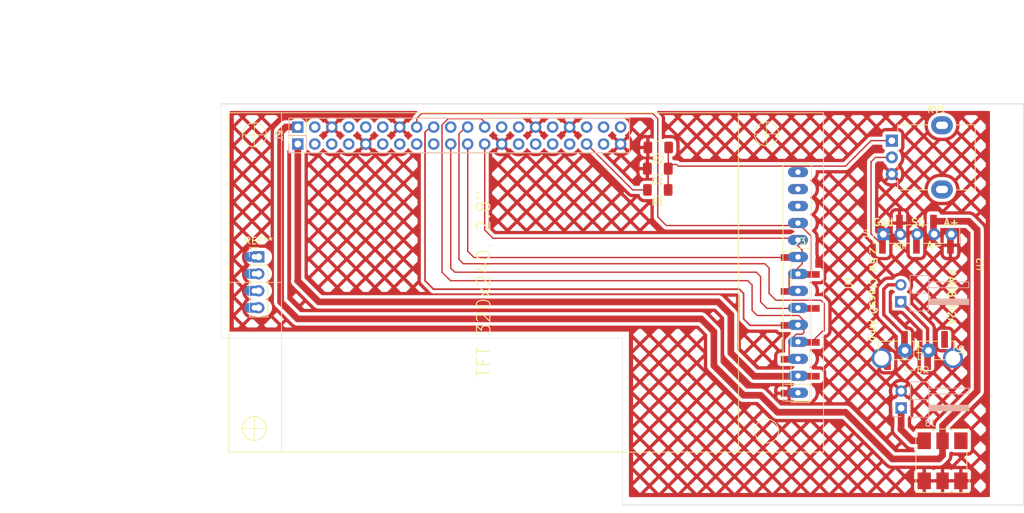
<source format=kicad_pcb>
(kicad_pcb (version 20241229) (generator "pcbnew") (generator_version "9.0")
  (layers (0 "F.Cu" signal) (2 "B.Cu" signal) (13 "F.Paste" user) (15 "B.Paste" user) (5 "F.SilkS" user "F.Silkscreen") (7 "B.SilkS" user "B.Silkscreen") (1 "F.Mask" user) (3 "B.Mask" user) (25 "Edge.Cuts" user))
  (net 0 "")
  (net 1 "GND")
  (net 2 "RESET_25_GPIO")
  (net 4 "DC_24_GPIO")
  (net 5 "PWM_19_GPIO")
  (net 11 "+5V")
  (net 12 "CS_8_GPIO")
  (net 13 "MISO_0_09_GPIO")
  (net 24 "MOSI_0_10_GPIO")
  (net 26 "+3.3V")
  (net 28 "SCK_0_11_GPIO")
  (net 37 "Net-(C1-Pad1)")
  (net 38 "BACKLIGHT_23_GPIO")
  (net 40 "Net-(J5-Pin_1)")
  (net 41 "Net-(J5-Pin_2)")
  (net 43 "AUDIO_IN")
  (net 48 "Net-(J8-Pin_2)")
  (net 49 "Net-(J8-Pin_1)")
  (footprint "Connector_PinHeader_2.54mm:PinHeader_1x02_P2.54mm_Vertical_SMD_Pin1Left" (layer "F.Cu") (at 180.8988 94.8934 -90)
    (property "Reference" "J7" (at 0 -3.65 270) (layer "F.SilkS"))
    (property "Value" "AUDIO_OUT")
    (fp_line (start -1.38 2.65) (end 1.38 2.65) (stroke (width 0.12)) (layer "F.SilkS"))
    (fp_line (start 1.38 2.08) (end 1.38 2.65) (stroke (width 0.12)) (layer "F.SilkS"))
    (fp_line (start -1.38 -0.46) (end -1.38 2.65) (stroke (width 0.12)) (layer "F.SilkS"))
    (fp_line (start -1.38 -2.08) (end -2.85 -2.08) (stroke (width 0.12)) (layer "F.SilkS"))
    (fp_line (start 1.38 -2.08) (end 1.38 0.46) (stroke (width 0.12)) (layer "F.SilkS"))
    (fp_line (start -1.38 -2.65) (end -1.38 -2.08) (stroke (width 0.12)) (layer "F.SilkS"))
    (fp_line (start -1.38 -2.65) (end 1.38 -2.65) (stroke (width 0.12)) (layer "F.SilkS"))
    (pad "1" smd rect (at -1.655 -1.27 270) (size 2.51 1) (layers "F.Cu" "F.Mask" "F.Paste") (net 41 "Net-(J5-Pin_2)"))
    (pad "2" smd rect (at 1.655 1.27 270) (size 2.51 1) (layers "F.Cu" "F.Mask" "F.Paste"))
  )
  (footprint "Capacitor_SMD:C_1206_3216Metric_Pad1.33x1.80mm_HandSolder" (layer "F.Cu") (at 145.2905 67.691 180)
    (property "Reference" "C1" (at 0 -1.85 0) (layer "F.SilkS"))
    (property "Value" "0.1uF")
    (fp_line (start -0.711252 0.91) (end 0.711252 0.91) (stroke (width 0.12)) (layer "F.SilkS"))
    (fp_line (start -0.711252 -0.91) (end 0.711252 -0.91) (stroke (width 0.12)) (layer "F.SilkS"))
    (pad "1" smd roundrect (at -1.5625 0 180) (size 1.325 1.8) (layers "F.Cu" "F.Mask" "F.Paste") (roundrect_rratio 0.188679) (net 37 "Net-(C1-Pad1)"))
    (pad "2" smd roundrect (at 1.5625 0 180) (size 1.325 1.8) (layers "F.Cu" "F.Mask" "F.Paste") (roundrect_rratio 0.188679) (net 1 "GND"))
  )
  (footprint "Potentiometer_THT:Potentiometer_Alpha_RD901F-40-00D_Single_Vertical" (layer "F.Cu") (at 180.275 63.5)
    (property "Reference" "RV1" (at 6.71 -4.64 180) (layer "F.SilkS"))
    (property "Value" "1K")
    (fp_line (start 0.88 -2.38) (end 5.6 -2.38) (stroke (width 0.12)) (layer "F.SilkS"))
    (fp_line (start 0.88 -1.19) (end 0.88 -2.37) (stroke (width 0.12)) (layer "F.SilkS"))
    (fp_line (start 0.88 1.71) (end 0.88 1.18) (stroke (width 0.12)) (layer "F.SilkS"))
    (fp_line (start 0.88 4.16) (end 0.88 3.33) (stroke (width 0.12)) (layer "F.SilkS"))
    (fp_line (start 0.88 7.37) (end 0.88 5.88) (stroke (width 0.12)) (layer "F.SilkS"))
    (fp_line (start 0.88 7.37) (end 5.6 7.37) (stroke (width 0.12)) (layer "F.SilkS"))
    (fp_line (start 9.41 -2.37) (end 12.47 -2.37) (stroke (width 0.12)) (layer "F.SilkS"))
    (fp_line (start 9.41 7.37) (end 12.47 7.37) (stroke (width 0.12)) (layer "F.SilkS"))
    (fp_line (start 12.47 7.37) (end 12.47 -2.37) (stroke (width 0.12)) (layer "F.SilkS"))
    (pad "" thru_hole oval (at 7.5 -2.3 90) (size 2.72 3.24) (drill oval 1.1 1.8) (layers "*.Cu" "*.Mask"))
    (pad "" thru_hole oval (at 7.5 7.3 90) (size 2.72 3.24) (drill oval 1.1 1.8) (layers "*.Cu" "*.Mask"))
    (pad "1" thru_hole rect (at 0 0 90) (size 1.8 1.8) (drill 1) (layers "*.Cu" "*.Mask") (net 37 "Net-(C1-Pad1)"))
    (pad "2" thru_hole circle (at 0 2.5 90) (size 1.8 1.8) (drill 1) (layers "*.Cu" "*.Mask") (net 43 "AUDIO_IN"))
    (pad "3" thru_hole circle (at 0 5 90) (size 1.8 1.8) (drill 1) (layers "*.Cu" "*.Mask") (net 1 "GND"))
  )
  (footprint "Connector_PinHeader_2.54mm:PinHeader_1x02_P2.54mm_Vertical_SMD_Pin1Left" (layer "F.Cu") (at 186.8932 94.8954 -90)
    (property "Reference" "J6" (at 0 -3.65 270) (layer "F.SilkS"))
    (property "Value" "AUDIO_OUT")
    (fp_line (start -1.38 2.65) (end 1.38 2.65) (stroke (width 0.12)) (layer "F.SilkS"))
    (fp_line (start 1.38 2.08) (end 1.38 2.65) (stroke (width 0.12)) (layer "F.SilkS"))
    (fp_line (start -1.38 -0.46) (end -1.38 2.65) (stroke (width 0.12)) (layer "F.SilkS"))
    (fp_line (start -1.38 -2.08) (end -2.85 -2.08) (stroke (width 0.12)) (layer "F.SilkS"))
    (fp_line (start 1.38 -2.08) (end 1.38 0.46) (stroke (width 0.12)) (layer "F.SilkS"))
    (fp_line (start -1.38 -2.65) (end -1.38 -2.08) (stroke (width 0.12)) (layer "F.SilkS"))
    (fp_line (start -1.38 -2.65) (end 1.38 -2.65) (stroke (width 0.12)) (layer "F.SilkS"))
    (pad "1" smd rect (at -1.655 -1.27 270) (size 2.51 1) (layers "F.Cu" "F.Mask" "F.Paste"))
    (pad "2" smd rect (at 1.655 1.27 270) (size 2.51 1) (layers "F.Cu" "F.Mask" "F.Paste") (net 40 "Net-(J5-Pin_1)"))
  )
  (footprint "Button_Switch_THT:SW_DPDT_XLX" (layer "F.Cu") (at 187.8584 111.4044 180)
    (property "Reference" "SW1" (hide yes))
    (property "Value" "SW_Push_DPDT")
    (fp_line (start 3.99 -4.75) (end -3.989999 -4.75) (stroke (width 0.12)) (layer "F.SilkS"))
    (fp_line (start 3.989999 4.75) (end 3.99 -4.75) (stroke (width 0.12)) (layer "F.SilkS"))
    (fp_line (start -3.63 1.583333) (end -3.99 1.583333) (stroke (width 0.12)) (layer "F.SilkS"))
    (fp_line (start -3.63 -1.583333) (end -3.63 1.583333) (stroke (width 0.12)) (layer "F.SilkS"))
    (fp_line (start -3.989999 -4.75) (end -3.99 -1.583333) (stroke (width 0.12)) (layer "F.SilkS"))
    (fp_line (start -3.99 4.75) (end 3.989999 4.75) (stroke (width 0.12)) (layer "F.SilkS"))
    (fp_line (start -3.99 1.583333) (end -3.99 4.75) (stroke (width 0.12)) (layer "F.SilkS"))
    (fp_line (start -3.99 -1.583333) (end -3.63 -1.583333) (stroke (width 0.12)) (layer "F.SilkS"))
    (pad "1" smd rect (at -2.54 3 180) (size 2 2.5) (drill (offset -0.2 0)) (layers "F.Cu" "F.Mask" "F.Paste"))
    (pad "2" smd rect (at 0 3 180) (size 1.85 2.5) (layers "F.Cu" "F.Mask" "F.Paste") (net 11 "+5V"))
    (pad "3" smd rect (at 2.54 3 180) (size 2 2.5) (drill (offset 0.2 0)) (layers "F.Cu" "F.Mask" "F.Paste") (net 49 "Net-(J8-Pin_1)"))
    (pad "4" smd rect (at 2.54 -3 180) (size 2 2.5) (drill (offset 0.2 0)) (layers "F.Cu" "F.Mask" "F.Paste") (net 48 "Net-(J8-Pin_2)"))
    (pad "5" smd rect (at 0 -3 180) (size 1.85 2.5) (layers "F.Cu" "F.Mask" "F.Paste") (net 1 "GND"))
    (pad "6" smd rect (at -2.54 -3 180) (size 2 2.5) (drill (offset -0.2 0)) (layers "F.Cu" "F.Mask" "F.Paste") (net 1 "GND"))
  )
  (footprint "Connector_PinSocket_2.54mm:PinSocket_2x20_P2.54mm_Vertical" (layer "F.Cu") (at 91.46 61.46 90)
    (property "Reference" "J9" (at -1.27 -2.77 90) (layer "F.SilkS"))
    (property "Value" "Raspberry_Pi_2_3")
    (fp_line (start 1.33 -1.33) (end 1.33 0) (stroke (width 0.12)) (layer "F.SilkS"))
    (fp_line (start 0 -1.33) (end 1.33 -1.33) (stroke (width 0.12)) (layer "F.SilkS"))
    (fp_line (start -1.27 -1.33) (end -1.27 1.27) (stroke (width 0.12)) (layer "F.SilkS"))
    (fp_line (start -3.87 -1.33) (end -1.27 -1.33) (stroke (width 0.12)) (layer "F.SilkS"))
    (fp_line (start -3.87 -1.33) (end -3.87 49.59) (stroke (width 0.12)) (layer "F.SilkS"))
    (fp_line (start 1.33 1.27) (end 1.33 49.59) (stroke (width 0.12)) (layer "F.SilkS"))
    (fp_line (start -1.27 1.27) (end 1.33 1.27) (stroke (width 0.12)) (layer "F.SilkS"))
    (fp_line (start -3.87 49.59) (end 1.33 49.59) (stroke (width 0.12)) (layer "F.SilkS"))
    (pad "1" thru_hole rect (at 0 0 90) (size 1.7 1.7) (drill 1) (layers "*.Cu" "*.Mask") (net 26 "+3.3V"))
    (pad "2" thru_hole circle (at -2.54 0 90) (size 1.7 1.7) (drill 1) (layers "*.Cu" "*.Mask") (net 11 "+5V"))
    (pad "3" thru_hole circle (at 0 2.54 90) (size 1.7 1.7) (drill 1) (layers "*.Cu" "*.Mask"))
    (pad "4" thru_hole circle (at -2.54 2.54 90) (size 1.7 1.7) (drill 1) (layers "*.Cu" "*.Mask") (net 11 "+5V"))
    (pad "5" thru_hole circle (at 0 5.08 90) (size 1.7 1.7) (drill 1) (layers "*.Cu" "*.Mask"))
    (pad "6" thru_hole circle (at -2.54 5.08 90) (size 1.7 1.7) (drill 1) (layers "*.Cu" "*.Mask") (net 1 "GND"))
    (pad "7" thru_hole circle (at 0 7.62 90) (size 1.7 1.7) (drill 1) (layers "*.Cu" "*.Mask"))
    (pad "8" thru_hole circle (at -2.54 7.62 90) (size 1.7 1.7) (drill 1) (layers "*.Cu" "*.Mask"))
    (pad "9" thru_hole circle (at 0 10.16 90) (size 1.7 1.7) (drill 1) (layers "*.Cu" "*.Mask") (net 1 "GND"))
    (pad "10" thru_hole circle (at -2.54 10.16 90) (size 1.7 1.7) (drill 1) (layers "*.Cu" "*.Mask"))
    (pad "11" thru_hole circle (at 0 12.7 90) (size 1.7 1.7) (drill 1) (layers "*.Cu" "*.Mask"))
    (pad "12" thru_hole circle (at -2.54 12.7 90) (size 1.7 1.7) (drill 1) (layers "*.Cu" "*.Mask"))
    (pad "13" thru_hole circle (at 0 15.24 90) (size 1.7 1.7) (drill 1) (layers "*.Cu" "*.Mask"))
    (pad "14" thru_hole circle (at -2.54 15.24 90) (size 1.7 1.7) (drill 1) (layers "*.Cu" "*.Mask") (net 1 "GND"))
    (pad "15" thru_hole circle (at 0 17.78 90) (size 1.7 1.7) (drill 1) (layers "*.Cu" "*.Mask"))
    (pad "16" thru_hole circle (at -2.54 17.78 90) (size 1.7 1.7) (drill 1) (layers "*.Cu" "*.Mask") (net 38 "BACKLIGHT_23_GPIO"))
    (pad "17" thru_hole circle (at 0 20.32 90) (size 1.7 1.7) (drill 1) (layers "*.Cu" "*.Mask") (net 26 "+3.3V"))
    (pad "18" thru_hole circle (at -2.54 20.32 90) (size 1.7 1.7) (drill 1) (layers "*.Cu" "*.Mask") (net 4 "DC_24_GPIO"))
    (pad "19" thru_hole circle (at 0 22.86 90) (size 1.7 1.7) (drill 1) (layers "*.Cu" "*.Mask") (net 24 "MOSI_0_10_GPIO"))
    (pad "20" thru_hole circle (at -2.54 22.86 90) (size 1.7 1.7) (drill 1) (layers "*.Cu" "*.Mask") (net 1 "GND"))
    (pad "21" thru_hole circle (at 0 25.4 90) (size 1.7 1.7) (drill 1) (layers "*.Cu" "*.Mask") (net 13 "MISO_0_09_GPIO"))
    (pad "22" thru_hole circle (at -2.54 25.4 90) (size 1.7 1.7) (drill 1) (layers "*.Cu" "*.Mask") (net 2 "RESET_25_GPIO"))
    (pad "23" thru_hole circle (at 0 27.94 90) (size 1.7 1.7) (drill 1) (layers "*.Cu" "*.Mask") (net 28 "SCK_0_11_GPIO"))
    (pad "24" thru_hole circle (at -2.54 27.94 90) (size 1.7 1.7) (drill 1) (layers "*.Cu" "*.Mask") (net 12 "CS_8_GPIO"))
    (pad "25" thru_hole circle (at 0 30.48 90) (size 1.7 1.7) (drill 1) (layers "*.Cu" "*.Mask") (net 1 "GND"))
    (pad "26" thru_hole circle (at -2.54 30.48 90) (size 1.7 1.7) (drill 1) (layers "*.Cu" "*.Mask"))
    (pad "27" thru_hole circle (at 0 33.02 90) (size 1.7 1.7) (drill 1) (layers "*.Cu" "*.Mask"))
    (pad "28" thru_hole circle (at -2.54 33.02 90) (size 1.7 1.7) (drill 1) (layers "*.Cu" "*.Mask"))
    (pad "29" thru_hole circle (at 0 35.56 90) (size 1.7 1.7) (drill 1) (layers "*.Cu" "*.Mask"))
    (pad "30" thru_hole circle (at -2.54 35.56 90) (size 1.7 1.7) (drill 1) (layers "*.Cu" "*.Mask") (net 1 "GND"))
    (pad "31" thru_hole circle (at 0 38.1 90) (size 1.7 1.7) (drill 1) (layers "*.Cu" "*.Mask"))
    (pad "32" thru_hole circle (at -2.54 38.1 90) (size 1.7 1.7) (drill 1) (layers "*.Cu" "*.Mask"))
    (pad "33" thru_hole circle (at 0 40.64 90) (size 1.7 1.7) (drill 1) (layers "*.Cu" "*.Mask"))
    (pad "34" thru_hole circle (at -2.54 40.64 90) (size 1.7 1.7) (drill 1) (layers "*.Cu" "*.Mask") (net 1 "GND"))
    (pad "35" thru_hole circle (at 0 43.18 90) (size 1.7 1.7) (drill 1) (layers "*.Cu" "*.Mask") (net 5 "PWM_19_GPIO"))
    (pad "36" thru_hole circle (at -2.54 43.18 90) (size 1.7 1.7) (drill 1) (layers "*.Cu" "*.Mask"))
    (pad "37" thru_hole circle (at 0 45.72 90) (size 1.7 1.7) (drill 1) (layers "*.Cu" "*.Mask"))
    (pad "38" thru_hole circle (at -2.54 45.72 90) (size 1.7 1.7) (drill 1) (layers "*.Cu" "*.Mask"))
    (pad "39" thru_hole circle (at 0 48.26 90) (size 1.7 1.7) (drill 1) (layers "*.Cu" "*.Mask") (net 1 "GND"))
    (pad "40" thru_hole circle (at -2.54 48.26 90) (size 1.7 1.7) (drill 1) (layers "*.Cu" "*.Mask"))
  )
  (footprint "Display:TFT-320x240" (layer "F.Cu") (at 84.97 106.56)
    (property "Reference" "U1" (at 88.9 -21.844 90) (layer "F.SilkS"))
    (property "Value" "TFT_320x240")
    (fp_line (start -3.81 -47.244) (end -3.81 3.556) (stroke (width 0.12)) (layer "F.SilkS"))
    (fp_line (start -3.81 -21.844) (end 4.064 -21.844) (stroke (width 0.1)) (layer "F.SilkS"))
    (fp_line (start -3.81 3.556) (end 85.09 3.556) (stroke (width 0.12)) (layer "F.SilkS"))
    (fp_line (start -1.796051 -43.942) (end 1.796051 -43.942) (stroke (width 0.1)) (layer "F.SilkS"))
    (fp_line (start 0 -45.738051) (end 0 -42.145949) (stroke (width 0.1)) (layer "F.SilkS"))
    (fp_line (start 0 -1.796051) (end 0 1.796051) (stroke (width 0.1)) (layer "F.SilkS"))
    (fp_line (start 0 0) (end -1.796051 0) (stroke (width 0.1)) (layer "F.SilkS"))
    (fp_line (start 0 0) (end 1.796051 0) (stroke (width 0.1)) (layer "F.SilkS"))
    (fp_line (start 4.064 3.556) (end 4.064 -47.244) (stroke (width 0.12)) (layer "F.SilkS"))
    (fp_line (start 72.39 3.556) (end 72.39 -47.244) (stroke (width 0.12)) (layer "F.SilkS"))
    (fp_line (start 74.784949 -44.069) (end 78.377051 -44.069) (stroke (width 0.1)) (layer "F.SilkS"))
    (fp_line (start 76.581 -45.865051) (end 76.581 -42.272949) (stroke (width 0.1)) (layer "F.SilkS"))
    (fp_line (start 79.026 -4.084) (end 79.026 -39.604) (stroke (width 0.12)) (layer "F.SilkS"))
    (fp_line (start 79.28 -39.604) (end 83.28 -39.604) (stroke (width 0.12)) (layer "F.SilkS"))
    (fp_line (start 79.28 -6.604) (end 83.28 -6.604) (stroke (width 0.12)) (layer "F.SilkS"))
    (fp_line (start 83.28 -39.604) (end 83.28 -4.084) (stroke (width 0.12)) (layer "F.SilkS"))
    (fp_line (start 83.28 -4.084) (end 79.28 -4.084) (stroke (width 0.12)) (layer "F.SilkS"))
    (fp_line (start 85.09 -47.244) (end -3.81 -47.244) (stroke (width 0.12)) (layer "F.SilkS"))
    (fp_line (start 85.09 3.556) (end 85.09 -47.244) (stroke (width 0.12)) (layer "F.SilkS"))
    (fp_circle (center 0 -43.942) (end 1.27 -42.672) (stroke (width 0.12)) (fill no) (layer "F.SilkS"))
    (fp_circle (center 0 0) (end -1.27 1.27) (stroke (width 0.12)) (fill no) (layer "F.SilkS"))
    (fp_circle (center 76.581 -44.069) (end 77.851 -42.799) (stroke (width 0.12)) (fill no) (layer "F.SilkS"))
    (fp_circle (center 76.581 0.381) (end 77.851 1.651) (stroke (width 0.12)) (fill no) (layer "F.SilkS"))
    (fp_text user "TFT 320x240, 2.8\"" (at 34.29 -21.59 90) (layer "F.SilkS") (effects (font (size 2 2))))
    (pad "1" thru_hole oval (at 81.28 -5.334 90) (size 1.5 3) (drill 0.8) (layers "*.Cu" "*.Mask") (net 26 "+3.3V"))
    (pad "2" thru_hole oval (at 81.28 -7.874 90) (size 1.5 3) (drill 0.8) (layers "*.Cu" "*.Mask") (net 1 "GND"))
    (pad "3" thru_hole oval (at 81.28 -10.414 90) (size 1.5 3) (drill 0.8) (layers "*.Cu" "*.Mask") (net 12 "CS_8_GPIO"))
    (pad "4" thru_hole oval (at 81.28 -12.954 90) (size 1.5 3) (drill 0.8) (layers "*.Cu" "*.Mask") (net 2 "RESET_25_GPIO"))
    (pad "5" thru_hole oval (at 0 -18.06 90) (size 1.5 3) (drill 0.8) (layers "*.Cu" "*.Mask") (net 4 "DC_24_GPIO"))
    (pad "5" thru_hole oval (at 81.28 -15.494 90) (size 1.5 3) (drill 0.8) (layers "*.Cu" "*.Mask") (net 4 "DC_24_GPIO"))
    (pad "6" thru_hole oval (at 0 -20.6 90) (size 1.5 3) (drill 0.8) (layers "*.Cu" "*.Mask") (net 24 "MOSI_0_10_GPIO"))
    (pad "6" thru_hole oval (at 81.28 -18.034 90) (size 1.5 3) (drill 0.8) (layers "*.Cu" "*.Mask") (net 24 "MOSI_0_10_GPIO"))
    (pad "7" thru_hole oval (at 0 -23.14 90) (size 1.5 3) (drill 0.8) (layers "*.Cu" "*.Mask") (net 28 "SCK_0_11_GPIO"))
    (pad "7" thru_hole oval (at 81.28 -20.574 90) (size 1.5 3) (drill 0.8) (layers "*.Cu" "*.Mask") (net 28 "SCK_0_11_GPIO"))
    (pad "8" thru_hole oval (at 0 -25.68 90) (size 1.5 3) (drill 0.8) (layers "*.Cu" "*.Mask") (net 38 "BACKLIGHT_23_GPIO"))
    (pad "8" thru_hole oval (at 81.28 -23.114 90) (size 1.5 3) (drill 0.8) (layers "*.Cu" "*.Mask") (net 38 "BACKLIGHT_23_GPIO"))
    (pad "9" thru_hole oval (at 81.28 -25.654 90) (size 1.5 3) (drill 0.8) (layers "*.Cu" "*.Mask") (net 13 "MISO_0_09_GPIO"))
    (pad "10" thru_hole oval (at 81.28 -28.194 90) (size 1.5 3) (drill 0.8) (layers "*.Cu" "*.Mask"))
    (pad "11" thru_hole oval (at 81.28 -30.734 90) (size 1.5 3) (drill 0.8) (layers "*.Cu" "*.Mask"))
    (pad "12" thru_hole oval (at 81.28 -33.274 90) (size 1.5 3) (drill 0.8) (layers "*.Cu" "*.Mask"))
    (pad "13" thru_hole oval (at 81.28 -35.814 90) (size 1.5 3) (drill 0.8) (layers "*.Cu" "*.Mask"))
    (pad "14" thru_hole oval (at 81.28 -38.354 90) (size 1.5 3) (drill 0.8) (layers "*.Cu" "*.Mask"))
  )
  (footprint "Connector_PinHeader_2.54mm:PinHeader_1x09_P2.54mm_Vertical_SMD_Pin1Left" (layer "F.Cu") (at 166.58 91.14)
    (property "Reference" "J3" (at 0 -12.54 0) (layer "F.SilkS"))
    (property "Value" "Conn_01x09")
    (fp_line (start -1.38 -11.54) (end -1.38 -10.97) (stroke (width 0.12)) (layer "F.SilkS"))
    (fp_line (start -1.38 -11.54) (end 1.38 -11.54) (stroke (width 0.12)) (layer "F.SilkS"))
    (fp_line (start -1.38 -10.97) (end -2.85 -10.97) (stroke (width 0.12)) (layer "F.SilkS"))
    (fp_line (start -1.38 -9.35) (end -1.38 -5.89) (stroke (width 0.12)) (layer "F.SilkS"))
    (fp_line (start -1.38 -4.27) (end -1.38 -0.81) (stroke (width 0.12)) (layer "F.SilkS"))
    (fp_line (start -1.38 0.81) (end -1.38 4.27) (stroke (width 0.12)) (layer "F.SilkS"))
    (fp_line (start -1.38 5.89) (end -1.38 9.35) (stroke (width 0.12)) (layer "F.SilkS"))
    (fp_line (start -1.38 11.54) (end 1.38 11.54) (stroke (width 0.12)) (layer "F.SilkS"))
    (fp_line (start 1.38 -10.97) (end 1.38 -8.43) (stroke (width 0.12)) (layer "F.SilkS"))
    (fp_line (start 1.38 -6.81) (end 1.38 -3.35) (stroke (width 0.12)) (layer "F.SilkS"))
    (fp_line (start 1.38 -1.73) (end 1.38 1.73) (stroke (width 0.12)) (layer "F.SilkS"))
    (fp_line (start 1.38 3.35) (end 1.38 6.81) (stroke (width 0.12)) (layer "F.SilkS"))
    (fp_line (start 1.38 8.43) (end 1.38 11.54) (stroke (width 0.12)) (layer "F.SilkS"))
    (fp_line (start 1.38 10.97) (end 1.38 11.54) (stroke (width 0.12)) (layer "F.SilkS"))
    (pad "1" smd rect (at -1.655 -10.16) (size 2.51 1) (layers "F.Cu" "F.Mask" "F.Paste") (net 13 "MISO_0_09_GPIO"))
    (pad "2" smd rect (at 1.655 -7.62) (size 2.51 1) (layers "F.Cu" "F.Mask" "F.Paste") (net 38 "BACKLIGHT_23_GPIO"))
    (pad "3" smd rect (at -1.655 -5.08) (size 2.51 1) (layers "F.Cu" "F.Mask" "F.Paste") (net 28 "SCK_0_11_GPIO"))
    (pad "4" smd rect (at 1.655 -2.54) (size 2.51 1) (layers "F.Cu" "F.Mask" "F.Paste") (net 24 "MOSI_0_10_GPIO"))
    (pad "5" smd rect (at -1.655 0) (size 2.51 1) (layers "F.Cu" "F.Mask" "F.Paste") (net 4 "DC_24_GPIO"))
    (pad "6" smd rect (at 1.655 2.54) (size 2.51 1) (layers "F.Cu" "F.Mask" "F.Paste") (net 2 "RESET_25_GPIO"))
    (pad "7" smd rect (at -1.655 5.08) (size 2.51 1) (layers "F.Cu" "F.Mask" "F.Paste") (net 12 "CS_8_GPIO"))
    (pad "8" smd rect (at 1.655 7.62) (size 2.51 1) (layers "F.Cu" "F.Mask" "F.Paste") (net 26 "+3.3V"))
    (pad "9" smd rect (at -1.655 10.16) (size 2.51 1) (layers "F.Cu" "F.Mask" "F.Paste") (net 1 "GND"))
  )
  (footprint "Resistor_SMD:R_1206_3216Metric_Pad1.30x1.75mm_HandSolder" (layer "F.Cu") (at 145.358 64.516 180)
    (property "Reference" "R2" (at 0 -1.83 0) (layer "F.SilkS"))
    (property "Value" "220E")
    (fp_line (start -0.727064 0.91) (end 0.727064 0.91) (stroke (width 0.12)) (layer "F.SilkS"))
    (fp_line (start -0.727064 -0.91) (end 0.727064 -0.91) (stroke (width 0.12)) (layer "F.SilkS"))
    (pad "1" smd roundrect (at -1.55 0 180) (size 1.3 1.75) (layers "F.Cu" "F.Mask" "F.Paste") (roundrect_rratio 0.192308) (net 37 "Net-(C1-Pad1)"))
    (pad "2" smd roundrect (at 1.55 0 180) (size 1.3 1.75) (layers "F.Cu" "F.Mask" "F.Paste") (roundrect_rratio 0.192308) (net 1 "GND"))
  )
  (footprint "Connector_PinHeader_2.54mm:PinHeader_1x04_P2.54mm_Vertical" (layer "F.Cu") (at 85.62 80.88)
    (property "Reference" "REF**" (at 0 -2.38 0) (layer "F.SilkS"))
    (property "Value" "PinHeader_1x04_P2.54mm_Vertical" (hide yes))
    (fp_line (start -1.38 -1.38) (end 0 -1.38) (stroke (width 0.12)) (layer "F.SilkS"))
    (fp_line (start -1.38 0) (end -1.38 -1.38) (stroke (width 0.12)) (layer "F.SilkS"))
    (fp_line (start -1.38 1.27) (end -1.38 9) (stroke (width 0.12)) (layer "F.SilkS"))
    (fp_line (start -1.38 1.27) (end 1.38 1.27) (stroke (width 0.12)) (layer "F.SilkS"))
    (fp_line (start -1.38 9) (end 1.38 9) (stroke (width 0.12)) (layer "F.SilkS"))
    (fp_line (start 1.38 1.27) (end 1.38 9) (stroke (width 0.12)) (layer "F.SilkS"))
    (pad "1" thru_hole rect (at 0 0) (size 1.7 1.7) (drill 1) (layers "*.Cu" "*.Mask"))
    (pad "2" thru_hole circle (at 0 2.54) (size 1.7 1.7) (drill 1) (layers "*.Cu" "*.Mask"))
    (pad "3" thru_hole circle (at 0 5.08) (size 1.7 1.7) (drill 1) (layers "*.Cu" "*.Mask"))
    (pad "4" thru_hole circle (at 0 7.62) (size 1.7 1.7) (drill 1) (layers "*.Cu" "*.Mask"))
  )
  (footprint "Connector_PinHeader_2.54mm:PinHeader_1x05_P2.54mm_Vertical_SMD_Pin1Left" (layer "F.Cu") (at 183.96 77.495 90)
    (property "Reference" "J4" (at 0 -7.46 90) (layer "F.SilkS"))
    (property "Value" "AUODIO_IN")
    (fp_line (start -1.38 -6.46) (end 1.38 -6.46) (stroke (width 0.12)) (layer "F.SilkS"))
    (fp_line (start -1.38 -6.46) (end -1.38 -5.89) (stroke (width 0.12)) (layer "F.SilkS"))
    (fp_line (start 1.38 -5.89) (end 1.38 -3.35) (stroke (width 0.12)) (layer "F.SilkS"))
    (fp_line (start -1.38 -5.89) (end -2.85 -5.89) (stroke (width 0.12)) (layer "F.SilkS"))
    (fp_line (start -1.38 -4.27) (end -1.38 -0.81) (stroke (width 0.12)) (layer "F.SilkS"))
    (fp_line (start 1.38 -1.73) (end 1.38 1.73) (stroke (width 0.12)) (layer "F.SilkS"))
    (fp_line (start -1.38 0.81) (end -1.38 4.27) (stroke (width 0.12)) (layer "F.SilkS"))
    (fp_line (start 1.38 3.35) (end 1.38 6.46) (stroke (width 0.12)) (layer "F.SilkS"))
    (fp_line (start 1.38 5.89) (end 1.38 6.46) (stroke (width 0.12)) (layer "F.SilkS"))
    (fp_line (start -1.38 6.46) (end 1.38 6.46) (stroke (width 0.12)) (layer "F.SilkS"))
    (pad "1" smd rect (at -1.655 -5.08 90) (size 2.51 1) (layers "F.Cu" "F.Mask" "F.Paste") (net 43 "AUDIO_IN"))
    (pad "2" smd rect (at 1.655 -2.54 90) (size 2.51 1) (layers "F.Cu" "F.Mask" "F.Paste") (net 1 "GND"))
    (pad "3" smd rect (at -1.655 0 90) (size 2.51 1) (layers "F.Cu" "F.Mask" "F.Paste"))
    (pad "4" smd rect (at 1.655 2.54 90) (size 2.51 1) (layers "F.Cu" "F.Mask" "F.Paste") (net 11 "+5V"))
    (pad "5" smd rect (at -1.655 5.08 90) (size 2.51 1) (layers "F.Cu" "F.Mask" "F.Paste") (net 1 "GND"))
  )
  (footprint "Resistor_SMD:R_1206_3216Metric_Pad1.30x1.75mm_HandSolder" (layer "F.Cu") (at 145.288 70.866 180)
    (property "Reference" "R1" (at 0 -1.83 0) (layer "F.SilkS"))
    (property "Value" "100E")
    (fp_line (start -0.727064 0.91) (end 0.727064 0.91) (stroke (width 0.12)) (layer "F.SilkS"))
    (fp_line (start -0.727064 -0.91) (end 0.727064 -0.91) (stroke (width 0.12)) (layer "F.SilkS"))
    (pad "1" smd roundrect (at -1.55 0 180) (size 1.3 1.75) (layers "F.Cu" "F.Mask" "F.Paste") (roundrect_rratio 0.192308) (net 37 "Net-(C1-Pad1)"))
    (pad "2" smd roundrect (at 1.55 0 180) (size 1.3 1.75) (layers "F.Cu" "F.Mask" "F.Paste") (roundrect_rratio 0.192308) (net 5 "PWM_19_GPIO"))
  )
  (footprint "Module:PAM" (layer "F.Cu") (at 179 77.5 -90)
    (property "Reference" "U2" (at 4.5 -14.5 90) (layer "F.SilkS"))
    (property "Value" "PAM8302AAD" (hide yes))
    (fp_text user "SD" (at -1.778 -5.207 0) (layer "F.SilkS") (effects (font (size 1.0795 1.0795) (thickness 0.1905))))
    (fp_text user "PAM8302A" (at 9.336 -10.206 270) (layer "F.SilkS") (effects (font (size 1.0795 1.0795) (thickness 0.1905))))
    (fp_text user "2.5W ClassD Amp" (at 9.017 1.524 270) (layer "F.SilkS") (effects (font (size 1.0795 1.0795) (thickness 0.1905))))
    (fp_text user "Gnd" (at -1.778 0 0) (layer "F.SilkS") (effects (font (size 1.0795 1.0795) (thickness 0.1905))))
    (fp_text user "4-8Ω" (at 20.2946 -4.953 0) (layer "F.SilkS") (effects (font (size 0.89408 0.89408) (thickness 0.12192))))
    (fp_text user "A+" (at -1.778 -10.16 0) (layer "F.SilkS") (effects (font (size 1.0795 1.0795) (thickness 0.1905))))
    (fp_text user "A-" (at 1.651 -7.62 0) (layer "F.SilkS") (effects (font (size 1.0795 1.0795) (thickness 0.1905))))
    (fp_text user "Vin" (at 1.778 -2.54 0) (layer "F.SilkS") (effects (font (size 0.8636 0.8636) (thickness 0.1524))))
    (pad "1" thru_hole rect (at 0 0 90) (size 1.778 1.778) (drill 1) (layers "*.Cu" "*.Mask"))
    (pad "1" thru_hole circle (at 17.399 -6.753) (size 2.1844 2.1844) (drill 1) (layers "*.Cu" "*.Mask"))
    (pad "2" thru_hole circle (at 0 -2.54 90) (size 1.778 1.778) (drill 1) (layers "*.Cu" "*.Mask"))
    (pad "2" thru_hole circle (at 17.399 -3.253) (size 2.1844 2.1844) (drill 1) (layers "*.Cu" "*.Mask"))
    (pad "3" thru_hole circle (at 0 -5.08 90) (size 1.778 1.778) (drill 1) (layers "*.Cu" "*.Mask"))
    (pad "4" thru_hole circle (at 0 -7.62 90) (size 1.778 1.778) (drill 1) (layers "*.Cu" "*.Mask") (net 1 "GND"))
    (pad "5" thru_hole circle (at 0 -10.16 90) (size 1.778 1.778) (drill 1) (layers "*.Cu" "*.Mask") (net 43 "AUDIO_IN"))
    (pad "P$1" thru_hole circle (at 18.542 -10.414 270) (size 3 3) (drill 2.2) (layers "*.Cu" "*.Mask"))
    (pad "P$1" thru_hole circle (at 18.542 0.254 270) (size 3 3) (drill 2.2) (layers "*.Cu" "*.Mask"))
    (zone (net 0) (net_name "") (layer "F.Cu") (connect_pads (clearance 0)) (min_thickness 0.25)
      (keepout (tracks not_allowed) (vias not_allowed) (pads not_allowed) (copperpour not_allowed) (footprints allowed))
      (fill (thermal_gap 0.5) (thermal_bridge_width 0.5))
      (polygon (pts (xy 178.746 98.058) (xy 179.026573 98.03838) (xy 179.301685 97.979904) (xy 179.565981 97.883708) (xy 179.814317 97.751665) (xy 180.04186 97.586346) (xy 180.24418 97.390967) (xy 180.41734 97.169333) (xy 180.557969 96.925756) (xy 180.66333 96.664978) (xy 180.731372 96.392075) (xy 180.760772 96.112357) (xy 180.750956 95.831271) (xy 180.702116 95.554285) (xy 180.615203 95.286793) (xy 180.491907 95.034) (xy 180.33463 94.800826) (xy 180.146431 94.591811) (xy 179.930975 94.411022) (xy 179.692455 94.261978) (xy 179.435513 94.14758) (xy 179.16515 94.070054) (xy 178.886629 94.030911) (xy 178.605371 94.030911) (xy 178.32685 94.070054) (xy 178.056487 94.14758) (xy 177.799545 94.261978) (xy 177.561025 94.411022) (xy 177.345569 94.591811) (xy 177.15737 94.800826) (xy 177.000093 95.034) (xy 176.876797 95.286793) (xy 176.789884 95.554285) (xy 176.741044 95.831271) (xy 176.731228 96.112357) (xy 176.760628 96.392075) (xy 176.82867 96.664978) (xy 176.934031 96.925756) (xy 177.07466 97.169333) (xy 177.24782 97.390967) (xy 177.45014 97.586346) (xy 177.677683 97.751665) (xy 177.926019 97.883708) (xy 178.190315 97.979904) (xy 178.465427 98.03838)))
      (polygon (pts (xy 178.746 96.026) (xy 178.734686 96.030686) (xy 178.73 96.042) (xy 178.734686 96.053314) (xy 178.746 96.058) (xy 178.757314 96.053314) (xy 178.762 96.042) (xy 178.757314 96.030686)))
    )
    (zone (net 0) (net_name "") (layer "F.Cu") (connect_pads (clearance 0)) (min_thickness 0.25)
      (keepout (tracks not_allowed) (vias not_allowed) (pads not_allowed) (copperpour not_allowed) (footprints allowed))
      (fill (thermal_gap 0.5) (thermal_bridge_width 0.5))
      (polygon (pts (xy 189.414 98.058) (xy 189.694573 98.03838) (xy 189.969685 97.979904) (xy 190.233981 97.883708) (xy 190.482317 97.751665) (xy 190.70986 97.586346) (xy 190.91218 97.390967) (xy 191.08534 97.169333) (xy 191.225969 96.925756) (xy 191.33133 96.664978) (xy 191.399372 96.392075) (xy 191.428772 96.112357) (xy 191.418956 95.831271) (xy 191.370116 95.554285) (xy 191.283203 95.286793) (xy 191.159907 95.034) (xy 191.00263 94.800826) (xy 190.814431 94.591811) (xy 190.598975 94.411022) (xy 190.360455 94.261978) (xy 190.103513 94.14758) (xy 189.83315 94.070054) (xy 189.554629 94.030911) (xy 189.273371 94.030911) (xy 188.99485 94.070054) (xy 188.724487 94.14758) (xy 188.467545 94.261978) (xy 188.229025 94.411022) (xy 188.013569 94.591811) (xy 187.82537 94.800826) (xy 187.668093 95.034) (xy 187.544797 95.286793) (xy 187.457884 95.554285) (xy 187.409044 95.831271) (xy 187.399228 96.112357) (xy 187.428628 96.392075) (xy 187.49667 96.664978) (xy 187.602031 96.925756) (xy 187.74266 97.169333) (xy 187.91582 97.390967) (xy 188.11814 97.586346) (xy 188.345683 97.751665) (xy 188.594019 97.883708) (xy 188.858315 97.979904) (xy 189.133427 98.03838)))
      (polygon (pts (xy 189.414 96.026) (xy 189.402686 96.030686) (xy 189.398 96.042) (xy 189.402686 96.053314) (xy 189.414 96.058) (xy 189.425314 96.053314) (xy 189.43 96.042) (xy 189.425314 96.030686)))
    )
  )
  (footprint "Connector_PinHeader_2.54mm:PinHeader_1x02_P2.54mm_Horizontal" (layer "B.Cu") (at 181.67 103.51)
    (property "Reference" "J8" (at 4.385 2.27 0) (layer "B.SilkS") (effects (justify mirror)))
    (property "Value" "Conn_01x02_Pin")
    (fp_line (start -1.27 0) (end -1.27 1.27) (stroke (width 0.12)) (layer "B.SilkS"))
    (fp_line (start -1.27 1.27) (end 0 1.27) (stroke (width 0.12)) (layer "B.SilkS"))
    (fp_line (start 1.077358 -2.97) (end 1.39 -2.97) (stroke (width 0.12)) (layer "B.SilkS"))
    (fp_line (start 1.077358 -2.11) (end 1.39 -2.11) (stroke (width 0.12)) (layer "B.SilkS"))
    (fp_line (start 1.16 -0.43) (end 1.39 -0.43) (stroke (width 0.12)) (layer "B.SilkS"))
    (fp_line (start 1.16 0.43) (end 1.39 0.43) (stroke (width 0.12)) (layer "B.SilkS"))
    (fp_line (start 1.39 -3.92) (end 4.15 -3.92) (stroke (width 0.12)) (layer "B.SilkS"))
    (fp_line (start 1.39 -1.27) (end 4.15 -1.27) (stroke (width 0.12)) (layer "B.SilkS"))
    (fp_line (start 1.39 1.38) (end 1.39 -3.92) (stroke (width 0.12)) (layer "B.SilkS"))
    (fp_line (start 4.15 -3.92) (end 4.15 1.38) (stroke (width 0.12)) (layer "B.SilkS"))
    (fp_line (start 4.15 -2.11) (end 10.15 -2.11) (stroke (width 0.12)) (layer "B.SilkS"))
    (fp_line (start 4.15 1.38) (end 1.39 1.38) (stroke (width 0.12)) (layer "B.SilkS"))
    (fp_line (start 10.15 -2.97) (end 4.15 -2.97) (stroke (width 0.12)) (layer "B.SilkS"))
    (fp_line (start 10.15 -2.11) (end 10.15 -2.97) (stroke (width 0.12)) (layer "B.SilkS"))
    (fp_rect (start 4.15 0.43) (end 10.15 -0.43) (stroke (width 0.12)) (fill yes) (layer "B.SilkS"))
    (pad "1" thru_hole rect (at 0 0) (size 1.7 1.7) (drill 1) (layers "*.Cu" "*.Mask") (net 49 "Net-(J8-Pin_1)"))
    (pad "2" thru_hole circle (at 0 -2.54) (size 1.7 1.7) (drill 1) (layers "*.Cu" "*.Mask") (net 48 "Net-(J8-Pin_2)"))
  )
  (footprint "Connector_PinSocket_2.54mm:PinSocket_2x20_P2.54mm_Vertical" (layer "B.Cu") (at 91.475 64 -90)
    (property "Reference" "J1" (at -1.27 2.77 90) (layer "B.SilkS") (effects (justify mirror)))
    (property "Value" "Raspberry_Pi_2_3")
    (fp_line (start -3.87 1.33) (end -1.27 1.33) (stroke (width 0.12)) (layer "B.SilkS"))
    (fp_line (start -3.87 1.33) (end -3.87 -49.59) (stroke (width 0.12)) (layer "B.SilkS"))
    (fp_line (start -1.27 1.33) (end -1.27 -1.27) (stroke (width 0.12)) (layer "B.SilkS"))
    (fp_line (start 0 1.33) (end 1.33 1.33) (stroke (width 0.12)) (layer "B.SilkS"))
    (fp_line (start 1.33 1.33) (end 1.33 0) (stroke (width 0.12)) (layer "B.SilkS"))
    (fp_line (start -1.27 -1.27) (end 1.33 -1.27) (stroke (width 0.12)) (layer "B.SilkS"))
    (fp_line (start 1.33 -1.27) (end 1.33 -49.59) (stroke (width 0.12)) (layer "B.SilkS"))
    (fp_line (start -3.87 -49.59) (end 1.33 -49.59) (stroke (width 0.12)) (layer "B.SilkS"))
    (pad "1" thru_hole rect (at 0 0 270) (size 1.7 1.7) (drill 1) (layers "*.Cu" "*.Mask") (net 26 "+3.3V"))
    (pad "2" thru_hole circle (at -2.54 0 270) (size 1.7 1.7) (drill 1) (layers "*.Cu" "*.Mask") (net 11 "+5V"))
    (pad "3" thru_hole circle (at 0 -2.54 270) (size 1.7 1.7) (drill 1) (layers "*.Cu" "*.Mask"))
    (pad "4" thru_hole circle (at -2.54 -2.54 270) (size 1.7 1.7) (drill 1) (layers "*.Cu" "*.Mask") (net 11 "+5V"))
    (pad "5" thru_hole circle (at 0 -5.08 270) (size 1.7 1.7) (drill 1) (layers "*.Cu" "*.Mask"))
    (pad "6" thru_hole circle (at -2.54 -5.08 270) (size 1.7 1.7) (drill 1) (layers "*.Cu" "*.Mask") (net 1 "GND"))
    (pad "7" thru_hole circle (at 0 -7.62 270) (size 1.7 1.7) (drill 1) (layers "*.Cu" "*.Mask"))
    (pad "8" thru_hole circle (at -2.54 -7.62 270) (size 1.7 1.7) (drill 1) (layers "*.Cu" "*.Mask"))
    (pad "9" thru_hole circle (at 0 -10.16 270) (size 1.7 1.7) (drill 1) (layers "*.Cu" "*.Mask") (net 1 "GND"))
    (pad "10" thru_hole circle (at -2.54 -10.16 270) (size 1.7 1.7) (drill 1) (layers "*.Cu" "*.Mask"))
    (pad "11" thru_hole circle (at 0 -12.7 270) (size 1.7 1.7) (drill 1) (layers "*.Cu" "*.Mask"))
    (pad "12" thru_hole circle (at -2.54 -12.7 270) (size 1.7 1.7) (drill 1) (layers "*.Cu" "*.Mask"))
    (pad "13" thru_hole circle (at 0 -15.24 270) (size 1.7 1.7) (drill 1) (layers "*.Cu" "*.Mask"))
    (pad "14" thru_hole circle (at -2.54 -15.24 270) (size 1.7 1.7) (drill 1) (layers "*.Cu" "*.Mask") (net 1 "GND"))
    (pad "15" thru_hole circle (at 0 -17.78 270) (size 1.7 1.7) (drill 1) (layers "*.Cu" "*.Mask"))
    (pad "16" thru_hole circle (at -2.54 -17.78 270) (size 1.7 1.7) (drill 1) (layers "*.Cu" "*.Mask") (net 38 "BACKLIGHT_23_GPIO"))
    (pad "17" thru_hole circle (at 0 -20.32 270) (size 1.7 1.7) (drill 1) (layers "*.Cu" "*.Mask") (net 26 "+3.3V"))
    (pad "18" thru_hole circle (at -2.54 -20.32 270) (size 1.7 1.7) (drill 1) (layers "*.Cu" "*.Mask") (net 4 "DC_24_GPIO"))
    (pad "19" thru_hole circle (at 0 -22.86 270) (size 1.7 1.7) (drill 1) (layers "*.Cu" "*.Mask") (net 24 "MOSI_0_10_GPIO"))
    (pad "20" thru_hole circle (at -2.54 -22.86 270) (size 1.7 1.7) (drill 1) (layers "*.Cu" "*.Mask") (net 1 "GND"))
    (pad "21" thru_hole circle (at 0 -25.4 270) (size 1.7 1.7) (drill 1) (layers "*.Cu" "*.Mask") (net 13 "MISO_0_09_GPIO"))
    (pad "22" thru_hole circle (at -2.54 -25.4 270) (size 1.7 1.7) (drill 1) (layers "*.Cu" "*.Mask") (net 2 "RESET_25_GPIO"))
    (pad "23" thru_hole circle (at 0 -27.94 270) (size 1.7 1.7) (drill 1) (layers "*.Cu" "*.Mask") (net 28 "SCK_0_11_GPIO"))
    (pad "24" thru_hole circle (at -2.54 -27.94 270) (size 1.7 1.7) (drill 1) (layers "*.Cu" "*.Mask") (net 12 "CS_8_GPIO"))
    (pad "25" thru_hole circle (at 0 -30.48 270) (size 1.7 1.7) (drill 1) (layers "*.Cu" "*.Mask") (net 1 "GND"))
    (pad "26" thru_hole circle (at -2.54 -30.48 270) (size 1.7 1.7) (drill 1) (layers "*.Cu" "*.Mask"))
    (pad "27" thru_hole circle (at 0 -33.02 270) (size 1.7 1.7) (drill 1) (layers "*.Cu" "*.Mask"))
    (pad "28" thru_hole circle (at -2.54 -33.02 270) (size 1.7 1.7) (drill 1) (layers "*.Cu" "*.Mask"))
    (pad "29" thru_hole circle (at 0 -35.56 270) (size 1.7 1.7) (drill 1) (layers "*.Cu" "*.Mask"))
    (pad "30" thru_hole circle (at -2.54 -35.56 270) (size 1.7 1.7) (drill 1) (layers "*.Cu" "*.Mask") (net 1 "GND"))
    (pad "31" thru_hole circle (at 0 -38.1 270) (size 1.7 1.7) (drill 1) (layers "*.Cu" "*.Mask"))
    (pad "32" thru_hole circle (at -2.54 -38.1 270) (size 1.7 1.7) (drill 1) (layers "*.Cu" "*.Mask"))
    (pad "33" thru_hole circle (at 0 -40.64 270) (size 1.7 1.7) (drill 1) (layers "*.Cu" "*.Mask"))
    (pad "34" thru_hole circle (at -2.54 -40.64 270) (size 1.7 1.7) (drill 1) (layers "*.Cu" "*.Mask") (net 1 "GND"))
    (pad "35" thru_hole circle (at 0 -43.18 270) (size 1.7 1.7) (drill 1) (layers "*.Cu" "*.Mask") (net 5 "PWM_19_GPIO"))
    (pad "36" thru_hole circle (at -2.54 -43.18 270) (size 1.7 1.7) (drill 1) (layers "*.Cu" "*.Mask"))
    (pad "37" thru_hole circle (at 0 -45.72 270) (size 1.7 1.7) (drill 1) (layers "*.Cu" "*.Mask"))
    (pad "38" thru_hole circle (at -2.54 -45.72 270) (size 1.7 1.7) (drill 1) (layers "*.Cu" "*.Mask"))
    (pad "39" thru_hole circle (at 0 -48.26 270) (size 1.7 1.7) (drill 1) (layers "*.Cu" "*.Mask") (net 1 "GND"))
    (pad "40" thru_hole circle (at -2.54 -48.26 270) (size 1.7 1.7) (drill 1) (layers "*.Cu" "*.Mask"))
  )
  (footprint "Connector_PinHeader_2.54mm:PinHeader_1x02_P2.54mm_Horizontal" (layer "B.Cu") (at 181.6192 87.6096)
    (property "Reference" "J5" (hide yes))
    (property "Value" "SPEAKER" (hide yes))
    (fp_line (start -1.27 0) (end -1.27 1.27) (stroke (width 0.12)) (layer "B.SilkS"))
    (fp_line (start -1.27 1.27) (end 0 1.27) (stroke (width 0.12)) (layer "B.SilkS"))
    (fp_line (start 1.077358 -2.97) (end 1.39 -2.97) (stroke (width 0.12)) (layer "B.SilkS"))
    (fp_line (start 1.077358 -2.11) (end 1.39 -2.11) (stroke (width 0.12)) (layer "B.SilkS"))
    (fp_line (start 1.16 -0.43) (end 1.39 -0.43) (stroke (width 0.12)) (layer "B.SilkS"))
    (fp_line (start 1.16 0.43) (end 1.39 0.43) (stroke (width 0.12)) (layer "B.SilkS"))
    (fp_line (start 1.39 -3.92) (end 4.15 -3.92) (stroke (width 0.12)) (layer "B.SilkS"))
    (fp_line (start 1.39 -1.27) (end 4.15 -1.27) (stroke (width 0.12)) (layer "B.SilkS"))
    (fp_line (start 1.39 1.38) (end 1.39 -3.92) (stroke (width 0.12)) (layer "B.SilkS"))
    (fp_line (start 4.15 -3.92) (end 4.15 1.38) (stroke (width 0.12)) (layer "B.SilkS"))
    (fp_line (start 4.15 -2.11) (end 10.15 -2.11) (stroke (width 0.12)) (layer "B.SilkS"))
    (fp_line (start 4.15 1.38) (end 1.39 1.38) (stroke (width 0.12)) (layer "B.SilkS"))
    (fp_line (start 10.15 -2.97) (end 4.15 -2.97) (stroke (width 0.12)) (layer "B.SilkS"))
    (fp_line (start 10.15 -2.11) (end 10.15 -2.97) (stroke (width 0.12)) (layer "B.SilkS"))
    (fp_rect (start 4.15 0.43) (end 10.15 -0.43) (stroke (width 0.12)) (fill yes) (layer "B.SilkS"))
    (pad "1" thru_hole rect (at 0 0) (size 1.7 1.7) (drill 1) (layers "*.Cu" "*.Mask") (net 40 "Net-(J5-Pin_1)"))
    (pad "2" thru_hole circle (at 0 -2.54) (size 1.7 1.7) (drill 1) (layers "*.Cu" "*.Mask") (net 41 "Net-(J5-Pin_2)"))
  )
  (gr_line (start 177.8 77.47) (end 180.086 77.47) (stroke (width 0.1)) (layer "B.SilkS"))
  (gr_line (start 200 58) (end 200 118) (stroke (width 0.1)) (layer "Edge.Cuts"))
  (gr_line (start 80 93) (end 140 93) (stroke (width 0.05)) (layer "Edge.Cuts"))
  (gr_line (start 80 58) (end 80 93) (stroke (width 0.05)) (layer "Edge.Cuts"))
  (gr_line (start 140 93) (end 140 118) (stroke (width 0.05)) (layer "Edge.Cuts"))
  (gr_line (start 200 118) (end 140 118) (stroke (width 0.1)) (layer "Edge.Cuts"))
  (gr_line (start 80 58) (end 200 58) (stroke (width 0.1)) (layer "Edge.Cuts"))
  (segment (start 115.57 81.28) (end 115.57 62.484) (width 0.2) (layer "F.Cu") (net 2))
  (segment (start 170.18 87.884) (end 169.672 87.376) (width 0.2) (layer "F.Cu") (net 2))
  (segment (start 161.925 86.36) (end 161.925 82.55) (width 0.2) (layer "F.Cu") (net 2))
  (segment (start 115.57 62.484) (end 116.594 61.46) (width 0.2) (layer "F.Cu") (net 2))
  (segment (start 168.235 93.68) (end 169.967 91.948) (width 0.2) (layer "F.Cu") (net 2))
  (segment (start 116.205 81.915) (end 115.57 81.28) (width 0.2) (layer "F.Cu") (net 2))
  (segment (start 169.672 87.376) (end 162.941 87.376) (width 0.2) (layer "F.Cu") (net 2))
  (segment (start 162.941 87.376) (end 161.925 86.36) (width 0.2) (layer "F.Cu") (net 2))
  (segment (start 161.925 82.55) (end 161.29 81.915) (width 0.2) (layer "F.Cu") (net 2))
  (segment (start 169.967 91.948) (end 170.18 91.948) (width 0.2) (layer "F.Cu") (net 2))
  (segment (start 116.594 61.46) (end 116.875 61.46) (width 0.2) (layer "F.Cu") (net 2))
  (segment (start 161.29 81.915) (end 116.205 81.915) (width 0.2) (layer "F.Cu") (net 2))
  (segment (start 170.18 91.948) (end 170.18 87.884) (width 0.2) (layer "F.Cu") (net 2))
  (segment (start 157.48 85.725) (end 111.76 85.725) (width 0.25) (layer "F.Cu") (net 4))
  (segment (start 159.085 91.14) (end 158.115 90.17) (width 0.25) (layer "F.Cu") (net 4))
  (segment (start 158.115 86.36) (end 157.48 85.725) (width 0.25) (layer "F.Cu") (net 4))
  (segment (start 111.26 61.46) (end 111.795 61.46) (width 0.2) (layer "F.Cu") (net 4))
  (segment (start 110.49 62.23) (end 111.26 61.46) (width 0.2) (layer "F.Cu") (net 4))
  (segment (start 158.115 90.17) (end 158.115 86.36) (width 0.25) (layer "F.Cu") (net 4))
  (segment (start 111.76 85.725) (end 110.49 84.455) (width 0.25) (layer "F.Cu") (net 4))
  (segment (start 110.49 84.455) (end 110.49 62.23) (width 0.25) (layer "F.Cu") (net 4))
  (segment (start 164.925 91.14) (end 159.085 91.14) (width 0.25) (layer "F.Cu") (net 4))
  (segment (start 134.655 64) (end 141.521 70.866) (width 0.2) (layer "F.Cu") (net 5))
  (segment (start 141.521 70.866) (end 143.738 70.866) (width 0.2) (layer "F.Cu") (net 5))
  (segment (start 193.04 100.965) (end 193.04 76.835) (width 1) (layer "F.Cu") (net 11))
  (segment (start 187.8584 108.4044) (end 187.8584 106.1466) (width 1) (layer "F.Cu") (net 11))
  (segment (start 187.8584 110.5916) (end 187.325 111.125) (width 1) (layer "F.Cu") (net 11))
  (segment (start 187.8584 106.1466) (end 193.04 100.965) (width 1) (layer "F.Cu") (net 11))
  (segment (start 160.655 101.6) (end 158.115 101.6) (width 1) (layer "F.Cu") (net 11))
  (segment (start 88.9 62.23) (end 89.67 61.46) (width 1) (layer "F.Cu") (net 11))
  (segment (start 191.77 75.565) (end 186.775 75.565) (width 1) (layer "F.Cu") (net 11))
  (segment (start 193.04 76.835) (end 191.77 75.565) (width 1) (layer "F.Cu") (net 11))
  (segment (start 151.765 90.17) (end 91.44 90.17) (width 1) (layer "F.Cu") (net 11))
  (segment (start 88.9 87.63) (end 88.9 62.23) (width 1) (layer "F.Cu") (net 11))
  (segment (start 153.67 92.075) (end 151.765 90.17) (width 1) (layer "F.Cu") (net 11))
  (segment (start 153.67 97.155) (end 153.67 92.075) (width 1) (layer "F.Cu") (net 11))
  (segment (start 187.8584 108.4044) (end 187.8584 110.5916) (width 1) (layer "F.Cu") (net 11))
  (segment (start 91.44 90.17) (end 88.9 87.63) (width 1) (layer "F.Cu") (net 11))
  (segment (start 186.775 75.565) (end 186.5 75.84) (width 1) (layer "F.Cu") (net 11))
  (segment (start 180.34 111.125) (end 173.355 104.14) (width 1) (layer "F.Cu") (net 11))
  (segment (start 173.355 104.14) (end 163.195 104.14) (width 1) (layer "F.Cu") (net 11))
  (segment (start 187.325 111.125) (end 180.34 111.125) (width 1) (layer "F.Cu") (net 11))
  (segment (start 158.115 101.6) (end 153.67 97.155) (width 1) (layer "F.Cu") (net 11))
  (segment (start 89.67 61.46) (end 91.475 61.46) (width 1) (layer "F.Cu") (net 11))
  (segment (start 163.195 104.14) (end 160.655 101.6) (width 1) (layer "F.Cu") (net 11))
  (segment (start 158.75 84.455) (end 114.3 84.455) (width 0.2) (layer "F.Cu") (net 12))
  (segment (start 167.132 92.202) (end 167.132 90.424) (width 0.2) (layer "F.Cu") (net 12))
  (segment (start 119.415 60.741) (end 119.415 61.46) (width 0.2) (layer "F.Cu") (net 12))
  (segment (start 160.147 89.662) (end 159.385 88.9) (width 0.2) (layer "F.Cu") (net 12))
  (segment (start 166.878 92.456) (end 167.132 92.202) (width 0.2) (layer "F.Cu") (net 12))
  (segment (start 164.925 93.52) (end 165.989 92.456) (width 0.2) (layer "F.Cu") (net 12))
  (segment (start 113.03 83.185) (end 113.03 61.132714) (width 0.2) (layer "F.Cu") (net 12))
  (segment (start 165.989 92.456) (end 166.878 92.456) (width 0.2) (layer "F.Cu") (net 12))
  (segment (start 114.3 84.455) (end 113.03 83.185) (width 0.2) (layer "F.Cu") (net 12))
  (segment (start 164.925 96.22) (end 164.925 93.52) (width 0.2) (layer "F.Cu") (net 12))
  (segment (start 118.872 60.198) (end 119.415 60.741) (width 0.2) (layer "F.Cu") (net 12))
  (segment (start 159.385 85.09) (end 158.75 84.455) (width 0.2) (layer "F.Cu") (net 12))
  (segment (start 113.03 61.132714) (end 113.964714 60.198) (width 0.2) (layer "F.Cu") (net 12))
  (segment (start 167.132 90.424) (end 166.37 89.662) (width 0.2) (layer "F.Cu") (net 12))
  (segment (start 113.964714 60.198) (end 118.872 60.198) (width 0.2) (layer "F.Cu") (net 12))
  (segment (start 159.385 88.9) (end 159.385 85.09) (width 0.2) (layer "F.Cu") (net 12))
  (segment (start 166.37 89.662) (end 160.147 89.662) (width 0.2) (layer "F.Cu") (net 12))
  (segment (start 116.875 80.045) (end 116.875 64) (width 0.2) (layer "F.Cu") (net 13))
  (segment (start 117.81 80.98) (end 116.875 80.045) (width 0.2) (layer "F.Cu") (net 13))
  (segment (start 164.925 80.98) (end 117.81 80.98) (width 0.2) (layer "F.Cu") (net 13))
  (segment (start 114.935 83.185) (end 114.335 82.585) (width 0.2) (layer "F.Cu") (net 24))
  (segment (start 114.335 82.585) (end 114.335 64) (width 0.2) (layer "F.Cu") (net 24))
  (segment (start 168.235 88.6) (end 161.625 88.6) (width 0.2) (layer "F.Cu") (net 24))
  (segment (start 161.625 88.6) (end 160.655 87.63) (width 0.2) (layer "F.Cu") (net 24))
  (segment (start 160.02 83.185) (end 114.935 83.185) (width 0.2) (layer "F.Cu") (net 24))
  (segment (start 114.3 64.035) (end 114.335 64) (width 0.2) (layer "F.Cu") (net 24))
  (segment (start 160.655 83.82) (end 160.02 83.185) (width 0.2) (layer "F.Cu") (net 24))
  (segment (start 160.655 87.63) (end 160.655 83.82) (width 0.2) (layer "F.Cu") (net 24))
  (segment (start 94.615 87.63) (end 91.44 84.455) (width 1) (layer "F.Cu") (net 26))
  (segment (start 91.475 84.42) (end 91.475 64) (width 1) (layer "F.Cu") (net 26))
  (segment (start 154.305 87.63) (end 94.615 87.63) (width 1) (layer "F.Cu") (net 26))
  (segment (start 91.44 84.455) (end 91.475 84.42) (width 1) (layer "F.Cu") (net 26))
  (segment (start 156.21 95.25) (end 156.21 89.535) (width 1) (layer "F.Cu") (net 26))
  (segment (start 168.235 98.76) (end 159.72 98.76) (width 1) (layer "F.Cu") (net 26))
  (segment (start 156.21 89.535) (end 154.305 87.63) (width 1) (layer "F.Cu") (net 26))
  (segment (start 159.72 98.76) (end 156.21 95.25) (width 1) (layer "F.Cu") (net 26))
  (segment (start 120.65 78.105) (end 119.415 76.87) (width 0.2) (layer "F.Cu") (net 28))
  (segment (start 166.878 81.915) (end 166.878 79.883) (width 0.2) (layer "F.Cu") (net 28))
  (segment (start 119.415 76.87) (end 119.415 64) (width 0.2) (layer "F.Cu") (net 28))
  (segment (start 164.925 86.06) (end 164.925 83.868) (width 0.2) (layer "F.Cu") (net 28))
  (segment (start 166.878 79.883) (end 165.1 78.105) (width 0.2) (layer "F.Cu") (net 28))
  (segment (start 164.925 83.868) (end 166.878 81.915) (width 0.2) (layer "F.Cu") (net 28))
  (segment (start 165.1 78.105) (end 120.65 78.105) (width 0.2) (layer "F.Cu") (net 28))
  (segment (start 177.165 63.5) (end 173.355 67.31) (width 0.2) (layer "F.Cu") (net 37))
  (segment (start 180.275 63.5) (end 177.165 63.5) (width 0.2) (layer "F.Cu") (net 37))
  (segment (start 146.908 64.516) (end 146.908 64.612) (width 0.2) (layer "F.Cu") (net 37))
  (segment (start 173.355 67.31) (end 148.336 67.31) (width 0.2) (layer "F.Cu") (net 37))
  (segment (start 146.908 64.612) (end 146.853 64.667) (width 0.2) (layer "F.Cu") (net 37))
  (segment (start 148.082 67.056) (end 147.488 67.056) (width 0.2) (layer "F.Cu") (net 37))
  (segment (start 146.908 64.516) (end 146.618 64.226) (width 0.2) (layer "F.Cu") (net 37))
  (segment (start 148.336 67.31) (end 148.082 67.056) (width 0.2) (layer "F.Cu") (net 37))
  (segment (start 146.853 64.667) (end 146.853 67.691) (width 0.2) (layer "F.Cu") (net 37))
  (segment (start 146.838 67.706) (end 146.853 67.691) (width 0.2) (layer "F.Cu") (net 37))
  (segment (start 147.488 67.056) (end 146.853 67.691) (width 0.2) (layer "F.Cu") (net 37))
  (segment (start 146.838 70.866) (end 146.838 67.706) (width 0.2) (layer "F.Cu") (net 37))
  (segment (start 109.982 59.436) (end 109.255 60.163) (width 0.2) (layer "F.Cu") (net 38))
  (segment (start 166.624 76.2) (end 146.558 76.2) (width 0.2) (layer "F.Cu") (net 38))
  (segment (start 109.255 60.163) (end 109.255 61.46) (width 0.2) (layer "F.Cu") (net 38))
  (segment (start 144.526 59.436) (end 109.982 59.436) (width 0.2) (layer "F.Cu") (net 38))
  (segment (start 146.558 76.2) (end 145.288 74.93) (width 0.2) (layer "F.Cu") (net 38))
  (segment (start 168.235 83.52) (end 168.235 77.811) (width 0.2) (layer "F.Cu") (net 38))
  (segment (start 145.288 60.198) (end 144.526 59.436) (width 0.2) (layer "F.Cu") (net 38))
  (segment (start 145.288 74.93) (end 145.288 60.198) (width 0.2) (layer "F.Cu") (net 38))
  (segment (start 168.235 77.811) (end 166.624 76.2) (width 0.2) (layer "F.Cu") (net 38))
  (segment (start 185.6232 96.5454) (end 185.6232 91.6136) (width 0.5) (layer "F.Cu") (net 40))
  (segment (start 185.6232 91.6136) (end 181.6192 87.6096) (width 0.5) (layer "F.Cu") (net 40))
  (segment (start 179.07 89.535) (end 179.07 85.725) (width 0.5) (layer "F.Cu") (net 41))
  (segment (start 179.7254 85.0696) (end 181.6192 85.0696) (width 0.5) (layer "F.Cu") (net 41))
  (segment (start 182.1688 93.2434) (end 182.1688 92.6338) (width 0.5) (layer "F.Cu") (net 41))
  (segment (start 179.07 85.725) (end 179.7254 85.0696) (width 0.5) (layer "F.Cu") (net 41))
  (segment (start 182.1688 92.6338) (end 179.07 89.535) (width 0.5) (layer "F.Cu") (net 41))
  (segment (start 178.88 79.15) (end 177.165 77.435) (width 0.2) (layer "F.Cu") (net 43))
  (segment (start 177.165 66.675) (end 177.84 66) (width 0.2) (layer "F.Cu") (net 43))
  (segment (start 177.165 77.435) (end 177.165 66.675) (width 0.2) (layer "F.Cu") (net 43))
  (segment (start 177.84 66) (end 180.275 66) (width 0.2) (layer "F.Cu") (net 43))
  (segment (start 181.67 100.97) (end 181.665 100.965) (width 1) (layer "F.Cu") (net 48))
  (segment (start 181.67 106.62) (end 181.67 103.51) (width 1) (layer "F.Cu") (net 49))
  (segment (start 185.3184 108.4044) (end 183.3344 108.4044) (width 1) (layer "F.Cu") (net 49))
  (segment (start 183.3344 108.4044) (end 181.61 106.68) (width 1) (layer "F.Cu") (net 49))
  (segment (start 181.61 106.68) (end 181.67 106.62) (width 1) (layer "F.Cu") (net 49))
  (zone (net 1) (net_name "GND") (layer "F.Cu") (connect_pads (clearance 0.5)) (min_thickness 0.25) (fill yes (mode hatch) (thermal_gap 0.5) (thermal_bridge_width 0.5) (hatch_thickness 0.5) (hatch_gap 1.5) (hatch_orientation 45) (hatch_border_algorithm hatch_thickness) (hatch_min_hole_area 0.3))
    (polygon (pts (xy 81.28 59.055) (xy 81.28 92.075) (xy 140.97 92.075) (xy 140.97 116.84) (xy 194.945 116.84) (xy 194.945 59.055)))
  )
)
</source>
